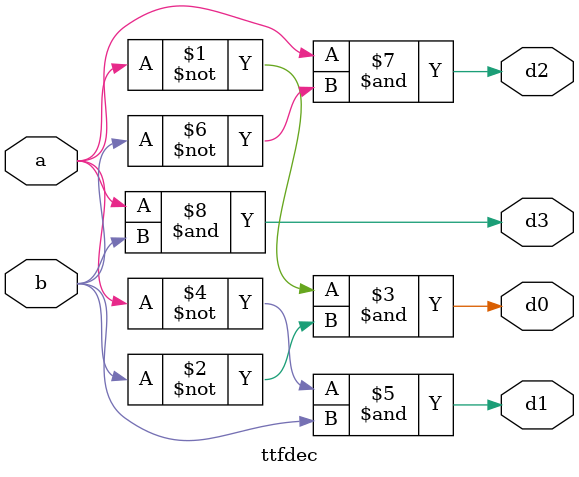
<source format=v>
`timescale 1ns / 1ps

module ttfdec(
    input a, b,
    output d0, d1, d2, d3
    );
assign d0 = ~a&~b;
assign d1 = ~a&b;
assign d2 = a&~b;
assign d3 = a&b;

endmodule

</source>
